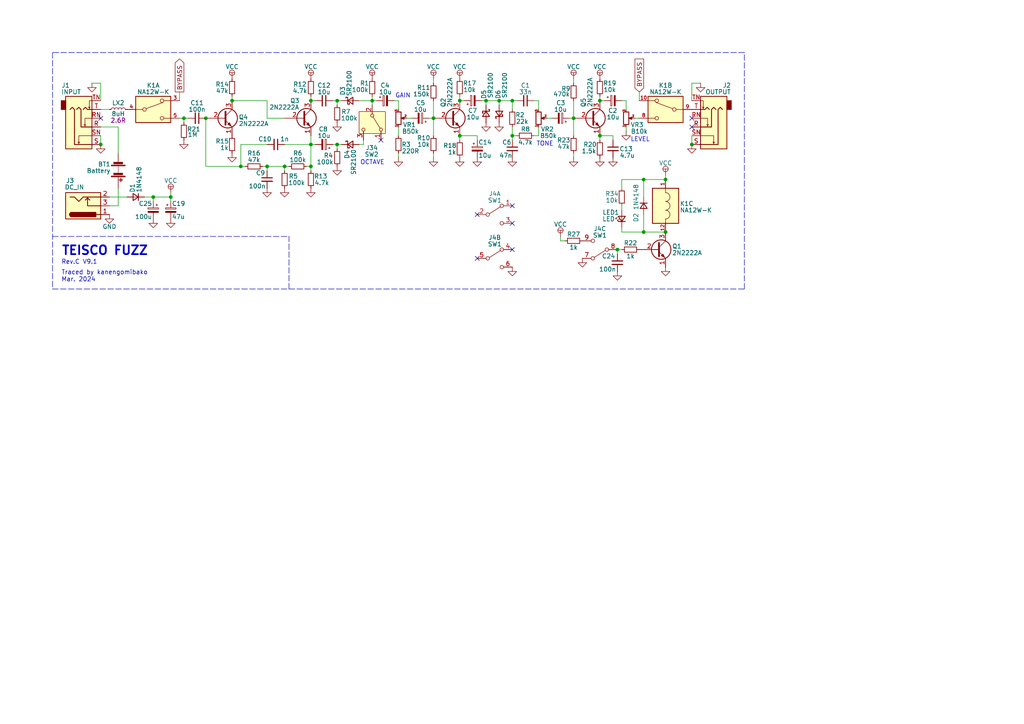
<source format=kicad_sch>
(kicad_sch (version 20231120) (generator "eeschema") (generator_version "8.0")
  (paper "A4")
  (lib_symbols
    (symbol "941SeriesRelay_1" (pin_names (offset 1.016))
      (property "Reference" "U1" (at 0 8.89 0))
      (property "Value" "NA12W-K" (at 0 6.35 0))
      (symbol "941SeriesRelay_1_1_1"
        (pin passive line (at 7.62 2.54 180) (length 2.54) (name "~") (number "3"))
        (pin passive line (at -7.62 0 0) (length 2.54) (name "~") (number "4"))
        (pin passive line (at 7.62 -2.54 180) (length 2.54) (name "~") (number "5"))
      )
      (symbol "941SeriesRelay_1_2_1"
        (pin passive line (at 7.62 2.54 180) (length 2.54) (name "~") (number "10"))
        (pin passive line (at 7.62 -2.54 180) (length 2.54) (name "~") (number "8"))
        (pin passive line (at -7.62 0 0) (length 2.54) (name "~") (number "9"))
      )
      (symbol "941SeriesRelay_1_3_1"
        (pin passive line (at -7.62 0 0) (length 2.54) (name "~") (number "1"))
        (pin passive line (at 7.62 0 180) (length 2.54) (name "~") (number "12"))
      )
    )
    (symbol "941SeriesRelay_2" (pin_names (offset 1.016))
      (property "Reference" "U1" (at 0 8.89 0))
      (property "Value" "NA12W-K" (at 0 6.35 0))
      (symbol "941SeriesRelay_2_1_1"
        (pin passive line (at 7.62 2.54 180) (length 2.54) (name "~") (number "3"))
        (pin passive line (at -7.62 0 0) (length 2.54) (name "~") (number "4"))
        (pin passive line (at 7.62 -2.54 180) (length 2.54) (name "~") (number "5"))
      )
      (symbol "941SeriesRelay_2_2_1"
        (pin passive line (at 7.62 2.54 180) (length 2.54) (name "~") (number "10"))
        (pin passive line (at 7.62 -2.54 180) (length 2.54) (name "~") (number "8"))
        (pin passive line (at -7.62 0 0) (length 2.54) (name "~") (number "9"))
      )
      (symbol "941SeriesRelay_2_3_1"
        (pin passive line (at -7.62 0 0) (length 2.54) (name "~") (number "1"))
        (pin passive line (at 7.62 0 180) (length 2.54) (name "~") (number "12"))
      )
    )
    (symbol "Connector:Barrel_Jack_Switch" (pin_names hide)
      (property "Reference" "J" (at 0 5.334 0))
      (property "Value" "Barrel_Jack_Switch" (at 0 -5.08 0))
      (symbol "Barrel_Jack_Switch_1_1"
        (pin passive line (at 7.62 2.54 180) (length 2.54) (name "~") (number "1"))
        (pin passive line (at 7.62 -2.54 180) (length 2.54) (name "~") (number "2"))
        (pin passive line (at 7.62 0 180) (length 2.54) (name "~") (number "3"))
      )
    )
    (symbol "Connector_Audio:AudioJack3_Switch"
      (property "Reference" "J" (at 0 11.43 0))
      (property "Value" "AudioJack3_Switch" (at 0 8.89 0))
      (symbol "AudioJack3_Switch_1_1"
        (pin passive line (at 5.08 0 180) (length 2.54) (name "~") (number "R"))
        (pin passive line (at 5.08 -2.54 180) (length 2.54) (name "~") (number "RN"))
        (pin passive line (at 5.08 5.08 180) (length 2.54) (name "~") (number "S"))
        (pin passive line (at 5.08 2.54 180) (length 2.54) (name "~") (number "SN"))
        (pin passive line (at 5.08 -5.08 180) (length 2.54) (name "~") (number "T"))
        (pin passive line (at 5.08 -7.62 180) (length 2.54) (name "~") (number "TN"))
      )
    )
    (symbol "Device:Battery" (pin_numbers hide) (pin_names (offset 0) hide)
      (property "Reference" "BT" (at 2.54 2.54 0))
      (property "Value" "Battery" (at 2.54 0 0))
      (symbol "Battery_1_1"
        (pin passive line (at 0 5.08 270) (length 2.54) (name "+") (number "1"))
        (pin passive line (at 0 -5.08 90) (length 2.54) (name "-") (number "2"))
      )
    )
    (symbol "Device:C_Polarized_Small" (pin_numbers hide) (pin_names (offset 0.254) hide)
      (property "Reference" "C" (at 0.254 1.778 0))
      (property "Value" "C_Polarized_Small" (at 0.254 -2.032 0))
      (symbol "C_Polarized_Small_1_1"
        (pin passive line (at 0 2.54 270) (length 1.8542) (name "~") (number "1"))
        (pin passive line (at 0 -2.54 90) (length 1.8542) (name "~") (number "2"))
      )
    )
    (symbol "Device:C_Small" (pin_numbers hide) (pin_names (offset 0.254) hide)
      (property "Reference" "C" (at 0.254 1.778 0))
      (property "Value" "C_Small" (at 0.254 -2.032 0))
      (symbol "C_Small_1_1"
        (pin passive line (at 0 2.54 270) (length 2.032) (name "~") (number "1"))
        (pin passive line (at 0 -2.54 90) (length 2.032) (name "~") (number "2"))
      )
    )
    (symbol "Device:D_Schottky_Small" (pin_numbers hide) (pin_names (offset 0.254) hide)
      (property "Reference" "D" (at -1.27 2.032 0))
      (property "Value" "D_Schottky_Small" (at -7.112 -2.032 0))
      (symbol "D_Schottky_Small_1_1"
        (pin passive line (at -2.54 0 0) (length 1.778) (name "K") (number "1"))
        (pin passive line (at 2.54 0 180) (length 1.778) (name "A") (number "2"))
      )
    )
    (symbol "Device:D_Small" (pin_numbers hide) (pin_names (offset 0.254) hide)
      (property "Reference" "D" (at -1.27 2.032 0))
      (property "Value" "D_Small" (at -3.81 -2.032 0))
      (symbol "D_Small_1_1"
        (pin passive line (at -2.54 0 0) (length 1.778) (name "K") (number "1"))
        (pin passive line (at 2.54 0 180) (length 1.778) (name "A") (number "2"))
      )
    )
    (symbol "Device:LED_Small" (pin_numbers hide) (pin_names (offset 0.254) hide)
      (property "Reference" "D" (at -1.27 3.175 0))
      (property "Value" "LED_Small" (at -4.445 -2.54 0))
      (symbol "LED_Small_1_1"
        (pin passive line (at -2.54 0 0) (length 1.778) (name "K") (number "1"))
        (pin passive line (at 2.54 0 180) (length 1.778) (name "A") (number "2"))
      )
    )
    (symbol "Device:L_Small" (pin_numbers hide) (pin_names (offset 0.254) hide)
      (property "Reference" "L" (at 0.762 1.016 0))
      (property "Value" "L_Small" (at 0.762 -1.016 0))
      (symbol "L_Small_1_1"
        (pin passive line (at 0 2.54 270) (length 0.508) (name "~") (number "1"))
        (pin passive line (at 0 -2.54 90) (length 0.508) (name "~") (number "2"))
      )
    )
    (symbol "Device:Q_NPN_EBC" (pin_names (offset 0) hide)
      (property "Reference" "Q" (at 5.08 1.27 0))
      (property "Value" "Q_NPN_EBC" (at 5.08 -1.27 0))
      (symbol "Q_NPN_EBC_1_1"
        (pin passive line (at 2.54 -5.08 90) (length 2.54) (name "E") (number "1"))
        (pin passive line (at -5.08 0 0) (length 5.715) (name "B") (number "2"))
        (pin passive line (at 2.54 5.08 270) (length 2.54) (name "C") (number "3"))
      )
    )
    (symbol "Device:R_Potentiometer_Small" (pin_names (offset 1.016) hide)
      (property "Reference" "RV" (at -4.445 0 90))
      (property "Value" "R_Potentiometer_Small" (at -2.54 0 90))
      (symbol "R_Potentiometer_Small_1_1"
        (pin passive line (at 0 2.54 270) (length 0.635) (name "1") (number "1"))
        (pin passive line (at 2.54 0 180) (length 0.9906) (name "2") (number "2"))
        (pin passive line (at 0 -2.54 90) (length 0.635) (name "3") (number "3"))
      )
    )
    (symbol "Device:R_Small" (pin_numbers hide) (pin_names (offset 0.254) hide)
      (property "Reference" "R" (at 0.762 0.508 0))
      (property "Value" "R_Small" (at 0.762 -1.016 0))
      (symbol "R_Small_1_1"
        (pin passive line (at 0 2.54 270) (length 0.762) (name "~") (number "1"))
        (pin passive line (at 0 -2.54 90) (length 0.762) (name "~") (number "2"))
      )
    )
    (symbol "Switch:SW_SPDT" (pin_names (offset 0) hide)
      (property "Reference" "SW" (at 0 5.08 0))
      (property "Value" "SW_SPDT" (at 0 -5.08 0))
      (symbol "SW_SPDT_1_1"
        (pin passive line (at 5.08 2.54 180) (length 2.54) (name "A") (number "1"))
        (pin passive line (at -5.08 0 0) (length 2.54) (name "B") (number "2"))
        (pin passive line (at 5.08 -2.54 180) (length 2.54) (name "C") (number "3"))
      )
    )
    (symbol "myLib:941SeriesRelay" (pin_names (offset 1.016))
      (property "Reference" "U1" (at 0 8.89 0))
      (property "Value" "NA12W-K" (at 0 6.35 0))
      (symbol "941SeriesRelay_1_1"
        (pin passive line (at 7.62 2.54 180) (length 2.54) (name "~") (number "3"))
        (pin passive line (at -7.62 0 0) (length 2.54) (name "~") (number "4"))
        (pin passive line (at 7.62 -2.54 180) (length 2.54) (name "~") (number "5"))
      )
      (symbol "941SeriesRelay_2_1"
        (pin passive line (at 7.62 2.54 180) (length 2.54) (name "~") (number "10"))
        (pin passive line (at 7.62 -2.54 180) (length 2.54) (name "~") (number "8"))
        (pin passive line (at -7.62 0 0) (length 2.54) (name "~") (number "9"))
      )
      (symbol "941SeriesRelay_3_1"
        (pin passive line (at -7.62 0 0) (length 2.54) (name "~") (number "1"))
        (pin passive line (at 7.62 0 180) (length 2.54) (name "~") (number "12"))
      )
    )
    (symbol "myLib:SW_3PDT" (pin_names (offset 0) hide)
      (property "Reference" "SW" (at 0 4.318 0))
      (property "Value" "SW_3PDT" (at 0 -5.08 0))
      (symbol "SW_3PDT_1_1"
        (pin passive line (at 5.08 2.54 180) (length 2.54) (name "A") (number "1"))
        (pin passive line (at -5.08 0 0) (length 2.54) (name "B") (number "2"))
        (pin passive line (at 5.08 -2.54 180) (length 2.54) (name "C") (number "3"))
      )
      (symbol "SW_3PDT_2_1"
        (pin passive line (at 5.08 2.54 180) (length 2.54) (name "A") (number "4"))
        (pin passive line (at -5.08 0 0) (length 2.54) (name "B") (number "5"))
        (pin passive line (at 5.08 -2.54 180) (length 2.54) (name "C") (number "6"))
      )
      (symbol "SW_3PDT_3_1"
        (pin passive line (at 5.08 2.54 180) (length 2.54) (name "A") (number "7"))
        (pin passive line (at -5.08 0 0) (length 2.54) (name "B") (number "8"))
        (pin passive line (at 5.08 -2.54 180) (length 2.54) (name "C") (number "9"))
      )
    )
    (symbol "myLib:VCC" (power) (pin_names (offset 0))
      (property "Value" "VCC" (at 0 3.556 0))
      (symbol "VCC_1_1"
        (pin power_in line (at 0 0 90) (length 0) hide (name "VCC") (number "1"))
      )
    )
    (symbol "power:GND" (power) (pin_numbers hide) (pin_names (offset 0) hide)
      (property "Value" "GND" (at 0 -3.81 0))
      (symbol "GND_1_1"
        (pin power_in line (at 0 0 270) (length 0) (name "~") (number "1"))
      )
    )
  )
  (junction (at 173.99 29.21))
  (junction (at 166.37 34.29))
  (junction (at 90.17 29.21))
  (junction (at 148.59 29.21))
  (junction (at 125.73 34.29))
  (junction (at 193.04 52.07))
  (junction (at 90.17 41.91))
  (junction (at 186.69 67.31))
  (junction (at 133.35 29.21))
  (junction (at 133.35 39.37))
  (junction (at 97.79 29.21))
  (junction (at 140.97 29.21))
  (junction (at 173.99 39.37))
  (junction (at 44.45 57.15))
  (junction (at 69.85 48.26))
  (junction (at 97.79 41.91))
  (junction (at 193.04 67.31))
  (junction (at 186.69 52.07))
  (junction (at 77.47 48.26))
  (junction (at 144.78 29.21))
  (junction (at 82.55 48.26))
  (junction (at 67.31 29.21))
  (junction (at 200.66 41.91))
  (junction (at 29.21 41.91))
  (junction (at 49.53 57.15))
  (junction (at 59.69 34.29))
  (junction (at 53.34 34.29))
  (junction (at 179.07 72.39))
  (junction (at 107.95 29.21))
  (junction (at 90.17 48.26))
  (junction (at 148.59 39.37))
  (no_connect (at 138.43 62.23))
  (no_connect (at 148.59 72.39))
  (no_connect (at 29.21 34.29))
  (no_connect (at 110.49 40.64))
  (no_connect (at 200.66 36.83))
  (no_connect (at 138.43 74.93))
  (no_connect (at 200.66 34.29))
  (no_connect (at 148.59 59.69))
  (no_connect (at 148.59 64.77))
  (wire (pts (xy 115.57 29.21) (xy 115.57 31.75)))
  (wire (pts (xy 160.02 34.29) (xy 158.75 34.29)))
  (wire (pts (xy 90.17 41.91) (xy 90.17 48.26)))
  (wire (pts (xy 96.52 29.21) (xy 97.79 29.21)))
  (wire (pts (xy 200.66 39.37) (xy 200.66 41.91)))
  (wire (pts (xy 144.78 29.21) (xy 144.78 30.48)))
  (wire (pts (xy 107.95 29.21) (xy 109.22 29.21)))
  (wire (pts (xy 29.21 41.91) (xy 29.21 39.37)))
  (wire (pts (xy 148.59 39.37) (xy 148.59 40.64)))
  (wire (pts (xy 125.73 44.45) (xy 125.73 45.72)))
  (wire (pts (xy 115.57 45.72) (xy 115.57 44.45)))
  (wire (pts (xy 138.43 39.37) (xy 138.43 40.64)))
  (wire (pts (xy 156.21 29.21) (xy 156.21 31.75)))
  (wire (pts (xy 49.53 55.88) (xy 49.53 57.15)))
  (wire (pts (xy 29.21 24.13) (xy 26.67 24.13)))
  (wire (pts (xy 69.85 48.26) (xy 71.12 48.26)))
  (wire (pts (xy 125.73 22.86) (xy 125.73 24.13)))
  (wire (pts (xy 77.47 34.29) (xy 82.55 34.29)))
  (wire (pts (xy 31.75 59.69) (xy 34.29 59.69)))
  (wire (pts (xy 67.31 27.94) (xy 67.31 29.21)))
  (wire (pts (xy 162.56 69.85) (xy 162.56 68.58)))
  (polyline (pts (xy 215.9 15.24) (xy 15.24 15.24)) (stroke (width 0) (type dash)))
  (wire (pts (xy 41.91 57.15) (xy 44.45 57.15)))
  (wire (pts (xy 193.04 52.07) (xy 186.69 52.07)))
  (wire (pts (xy 179.07 72.39) (xy 180.34 72.39)))
  (wire (pts (xy 200.66 29.21) (xy 200.66 24.13)))
  (wire (pts (xy 44.45 57.15) (xy 44.45 58.42)))
  (wire (pts (xy 54.61 34.29) (xy 53.34 34.29)))
  (wire (pts (xy 181.61 38.1) (xy 181.61 36.83)))
  (wire (pts (xy 154.94 29.21) (xy 156.21 29.21)))
  (wire (pts (xy 114.3 29.21) (xy 115.57 29.21)))
  (wire (pts (xy 76.2 48.26) (xy 77.47 48.26)))
  (wire (pts (xy 105.41 40.64) (xy 105.41 41.91)))
  (wire (pts (xy 138.43 39.37) (xy 133.35 39.37)))
  (wire (pts (xy 180.34 66.04) (xy 180.34 67.31)))
  (wire (pts (xy 34.29 36.83) (xy 34.29 44.45)))
  (wire (pts (xy 139.7 29.21) (xy 140.97 29.21)))
  (wire (pts (xy 77.47 48.26) (xy 77.47 49.53)))
  (wire (pts (xy 96.52 41.91) (xy 97.79 41.91)))
  (wire (pts (xy 140.97 29.21) (xy 140.97 30.48)))
  (wire (pts (xy 186.69 52.07) (xy 180.34 52.07)))
  (wire (pts (xy 186.69 67.31) (xy 193.04 67.31)))
  (wire (pts (xy 52.07 26.67) (xy 52.07 29.21)))
  (wire (pts (xy 148.59 39.37) (xy 149.86 39.37)))
  (wire (pts (xy 133.35 27.94) (xy 133.35 29.21)))
  (wire (pts (xy 29.21 31.75) (xy 31.75 31.75)))
  (wire (pts (xy 52.07 34.29) (xy 53.34 34.29)))
  (wire (pts (xy 77.47 29.21) (xy 67.31 29.21)))
  (wire (pts (xy 148.59 29.21) (xy 149.86 29.21)))
  (wire (pts (xy 97.79 41.91) (xy 97.79 43.18)))
  (wire (pts (xy 166.37 44.45) (xy 166.37 45.72)))
  (wire (pts (xy 107.95 27.94) (xy 107.95 29.21)))
  (wire (pts (xy 90.17 48.26) (xy 90.17 49.53)))
  (wire (pts (xy 140.97 29.21) (xy 144.78 29.21)))
  (wire (pts (xy 59.69 34.29) (xy 59.69 48.26)))
  (wire (pts (xy 107.95 29.21) (xy 107.95 30.48)))
  (wire (pts (xy 69.85 41.91) (xy 77.47 41.91)))
  (polyline (pts (xy 15.24 68.58) (xy 83.82 68.58)) (stroke (width 0) (type dash)))
  (wire (pts (xy 90.17 39.37) (xy 90.17 41.91)))
  (wire (pts (xy 69.85 41.91) (xy 69.85 48.26)))
  (polyline (pts (xy 215.9 83.82) (xy 215.9 15.24)) (stroke (width 0) (type dash)))
  (wire (pts (xy 156.21 36.83) (xy 156.21 39.37)))
  (wire (pts (xy 104.14 41.91) (xy 105.41 41.91)))
  (wire (pts (xy 82.55 41.91) (xy 90.17 41.91)))
  (wire (pts (xy 88.9 48.26) (xy 90.17 48.26)))
  (wire (pts (xy 200.66 24.13) (xy 203.2 24.13)))
  (wire (pts (xy 34.29 54.61) (xy 34.29 59.69)))
  (wire (pts (xy 193.04 50.8) (xy 193.04 52.07)))
  (wire (pts (xy 180.34 52.07) (xy 180.34 54.61)))
  (wire (pts (xy 49.53 57.15) (xy 49.53 58.42)))
  (wire (pts (xy 133.35 29.21) (xy 134.62 29.21)))
  (wire (pts (xy 180.34 67.31) (xy 186.69 67.31)))
  (wire (pts (xy 166.37 22.86) (xy 166.37 24.13)))
  (wire (pts (xy 77.47 48.26) (xy 82.55 48.26)))
  (wire (pts (xy 166.37 34.29) (xy 166.37 39.37)))
  (wire (pts (xy 144.78 29.21) (xy 148.59 29.21)))
  (wire (pts (xy 90.17 27.94) (xy 90.17 29.21)))
  (wire (pts (xy 125.73 29.21) (xy 125.73 34.29)))
  (wire (pts (xy 177.8 40.64) (xy 177.8 39.37)))
  (wire (pts (xy 124.46 34.29) (xy 125.73 34.29)))
  (wire (pts (xy 173.99 29.21) (xy 175.26 29.21)))
  (wire (pts (xy 44.45 57.15) (xy 49.53 57.15)))
  (wire (pts (xy 186.69 62.23) (xy 186.69 67.31)))
  (wire (pts (xy 185.42 34.29) (xy 184.15 34.29)))
  (wire (pts (xy 82.55 48.26) (xy 83.82 48.26)))
  (wire (pts (xy 156.21 39.37) (xy 154.94 39.37)))
  (wire (pts (xy 104.14 29.21) (xy 107.95 29.21)))
  (wire (pts (xy 173.99 39.37) (xy 177.8 39.37)))
  (wire (pts (xy 185.42 26.67) (xy 185.42 29.21)))
  (wire (pts (xy 53.34 34.29) (xy 53.34 35.56)))
  (wire (pts (xy 97.79 29.21) (xy 97.79 30.48)))
  (wire (pts (xy 181.61 29.21) (xy 181.61 31.75)))
  (wire (pts (xy 173.99 39.37) (xy 173.99 40.64)))
  (wire (pts (xy 148.59 39.37) (xy 148.59 36.83)))
  (wire (pts (xy 173.99 27.94) (xy 173.99 29.21)))
  (wire (pts (xy 31.75 57.15) (xy 36.83 57.15)))
  (polyline (pts (xy 15.24 15.24) (xy 15.24 83.82)) (stroke (width 0) (type dash)))
  (wire (pts (xy 82.55 48.26) (xy 82.55 49.53)))
  (wire (pts (xy 186.69 52.07) (xy 186.69 57.15)))
  (wire (pts (xy 90.17 41.91) (xy 91.44 41.91)))
  (polyline (pts (xy 15.24 83.82) (xy 215.9 83.82)) (stroke (width 0) (type dash)))
  (wire (pts (xy 77.47 29.21) (xy 77.47 34.29)))
  (wire (pts (xy 29.21 36.83) (xy 34.29 36.83)))
  (wire (pts (xy 166.37 29.21) (xy 166.37 34.29)))
  (wire (pts (xy 118.11 34.29) (xy 119.38 34.29)))
  (wire (pts (xy 115.57 36.83) (xy 115.57 39.37)))
  (wire (pts (xy 148.59 29.21) (xy 148.59 31.75)))
  (wire (pts (xy 162.56 69.85) (xy 163.83 69.85)))
  (wire (pts (xy 180.34 29.21) (xy 181.61 29.21)))
  (wire (pts (xy 133.35 39.37) (xy 133.35 40.64)))
  (wire (pts (xy 90.17 29.21) (xy 91.44 29.21)))
  (wire (pts (xy 59.69 48.26) (xy 69.85 48.26)))
  (wire (pts (xy 179.07 72.39) (xy 179.07 73.66)))
  (wire (pts (xy 165.1 34.29) (xy 166.37 34.29)))
  (wire (pts (xy 180.34 59.69) (xy 180.34 60.96)))
  (wire (pts (xy 125.73 34.29) (xy 125.73 39.37)))
  (wire (pts (xy 97.79 29.21) (xy 99.06 29.21)))
  (wire (pts (xy 29.21 29.21) (xy 29.21 24.13)))
  (wire (pts (xy 97.79 41.91) (xy 99.06 41.91)))
  (polyline (pts (xy 83.82 83.82) (xy 83.82 68.58)) (stroke (width 0) (type dash)))
  (text "TONE" (at 155.575 42.545 0) (effects (font (size 1.27 1.27)) (justify left bottom)))
  (text "TEISCO FUZZ" (at 17.78 74.295 0) (effects (font (size 2.54 2.54) (thickness 0.508) (bold yes)) (justify left bottom)))
  (text "Rev.C V9.1" (at 17.78 76.835 0) (effects (font (size 1.27 1.27)) (justify left bottom)))
  (text "GAIN" (at 114.6175 28.575 0) (effects (font (size 1.27 1.27)) (justify left bottom)))
  (text "Traced by kanengomibako\nMar. 2024" (at 17.78 81.915 0) (effects (font (size 1.27 1.27)) (justify left bottom)))
  (text "OCTAVE" (at 104.4575 47.9425 0) (effects (font (size 1.27 1.27)) (justify left bottom)))
  (text "LEVEL" (at 182.88 41.275 0) (effects (font (size 1.27 1.27)) (justify left bottom)))
  (global_label "BYPASS" (shape input) (at 185.42 26.67 90) (property "Intersheetrefs" "${INTERSHEET_REFS}" (effects (hide yes))))
  (global_label "BYPASS" (shape output) (at 52.07 26.67 90) (property "Intersheetrefs" "${INTERSHEET_REFS}" (effects (hide yes))))
  (symbol (lib_id "Device:D_Small") (at 39.37 57.15 180) (unit 1)
    (property "Reference" "D1" (at 38.4175 55.88 90) (effects (justify right)))
    (property "Value" "1N4148" (at 40.3225 55.88 90) (effects (justify right)))
    (property "Footprint" "Diode_THT:D_DO-35_SOD27_P7.62mm_Horizontal" (effects (hide yes)))
  )
  (symbol (lib_id "Device:C_Polarized_Small") (at 177.8 29.21 90) (mirror x) (unit 1)
    (property "Reference" "C2" (at 179.07 32.0675 90) (effects (justify left)))
    (property "Value" "10u" (at 179.705 33.9725 90) (effects (justify left)))
    (property "Footprint" "Capacitor_THT:CP_Radial_D5.0mm_P2.00mm" (effects (hide yes)))
  )
  (symbol (lib_id "Device:D_Schottky_Small") (at 140.97 33.02 270) (unit 1)
    (property "Reference" "D5" (at 140.335 26.035 0) (effects (justify left)))
    (property "Value" "SR2100" (at 142.24 20.955 0) (effects (justify left)))
    (property "Footprint" "Diode_THT:D_DO-35_SOD27_P7.62mm_Horizontal" (effects (hide yes)))
  )
  (symbol (lib_id "power:GND") (at 31.75 62.23 0) (unit 1)
    (property "Reference" "#PWR034" (effects (hide yes)))
    (property "Value" "GND" (at 31.75 65.7225 0))
    (property "Description" "Power symbol creates a global label with name \"GND\" , ground" (effects (hide yes)))
  )
  (symbol (lib_id "Device:Q_NPN_EBC") (at 64.77 34.29 0) (unit 1)
    (property "Reference" "Q4" (at 69.215 33.9725 0) (effects (justify left)))
    (property "Value" "2N2222A" (at 69.215 35.8775 0) (effects (justify left)))
    (property "Footprint" "Package_TO_SOT_THT:TO-18-3" (effects (hide yes)))
    (property "Description" "NPN transistor, emitter/base/collector" (effects (hide yes)))
  )
  (symbol (lib_id "Device:R_Small") (at 90.17 25.4 180) (unit 1)
    (property "Reference" "R12" (at 86.995 24.4475 0))
    (property "Value" "4.7k" (at 86.995 26.3525 0))
    (property "Footprint" "Resistor_THT:R_Axial_DIN0207_L6.3mm_D2.5mm_P10.16mm_Horizontal" (effects (hide yes)))
  )
  (symbol (lib_id "Device:C_Small") (at 179.07 76.2 0) (unit 1)
    (property "Reference" "C24" (at 176.53 74.295 0))
    (property "Value" "100n" (at 176.2125 78.105 0))
    (property "Footprint" "Capacitor_THT:C_Rect_L7.0mm_W2.0mm_P5.00mm" (effects (hide yes)))
  )
  (symbol (lib_id "Connector:Barrel_Jack_Switch") (at 24.13 59.69 0) (mirror x) (unit 1)
    (property "Reference" "J3" (at 20.32 52.3875 0))
    (property "Value" "DC_IN" (at 21.59 54.2925 0))
    (property "Footprint" "myFoot:my_DC_Jack" (effects (hide yes)))
  )
  (symbol (lib_id "power:GND") (at 177.8 45.72 0) (unit 1)
    (property "Reference" "#PWR025" (effects (hide yes)))
    (property "Value" "GND" (effects (hide yes)))
    (property "Description" "Power symbol creates a global label with name \"GND\" , ground" (effects (hide yes)))
  )
  (symbol (lib_id "Device:C_Small") (at 77.47 52.07 0) (unit 1)
    (property "Reference" "C9" (at 75.565 50.165 0))
    (property "Value" "100n" (at 74.6125 53.975 0))
    (property "Footprint" "Capacitor_THT:C_Rect_L7.0mm_W2.0mm_P5.00mm" (effects (hide yes)))
  )
  (symbol (lib_id "Device:R_Small") (at 173.99 43.18 180) (unit 1)
    (property "Reference" "R20" (at 171.1325 41.91 0))
    (property "Value" "1.5k" (at 170.815 43.815 0))
    (property "Footprint" "Resistor_THT:R_Axial_DIN0207_L6.3mm_D2.5mm_P10.16mm_Horizontal" (effects (hide yes)))
  )
  (symbol (lib_id "Device:R_Small") (at 182.88 72.39 90) (unit 1)
    (property "Reference" "R22" (at 182.88 70.485 90))
    (property "Value" "1k" (at 182.88 74.295 90))
    (property "Footprint" "Resistor_THT:R_Axial_DIN0207_L6.3mm_D2.5mm_P10.16mm_Horizontal" (effects (hide yes)))
  )
  (symbol (lib_id "power:GND") (at 77.47 54.61 0) (unit 1)
    (property "Reference" "#PWR06" (effects (hide yes)))
    (property "Value" "GND" (effects (hide yes)))
    (property "Description" "Power symbol creates a global label with name \"GND\" , ground" (effects (hide yes)))
  )
  (symbol (lib_id "myLib:VCC") (at 90.17 22.86 0) (unit 1)
    (property "Reference" "#PWR011" (effects (hide yes)))
    (property "Value" "VCC" (at 90.17 19.3675 0))
    (property "Description" "Power symbol creates a global label with name \"V+\"" (effects (hide yes)))
  )
  (symbol (lib_id "myLib:SW_3PDT") (at 173.99 72.39 180) (unit 3)
    (property "Reference" "J4" (at 173.99 66.3575 0))
    (property "Value" "SW1" (at 173.99 68.2625 0))
    (property "Footprint" "myFoot:my_sw_3pdt" (effects (hide yes)))
    (property "Description" "SW_3PDT" (effects (hide yes)))
  )
  (symbol (lib_id "Device:Battery") (at 34.29 49.53 0) (mirror x) (unit 1)
    (property "Reference" "BT1" (at 32.0675 47.625 0) (effects (justify right)))
    (property "Value" "Battery" (at 32.0675 49.53 0) (effects (justify right)))
    (property "Footprint" "myFoot:my_conn" (effects (hide yes)))
  )
  (symbol (lib_id "Device:D_Small") (at 186.69 59.69 270) (unit 1)
    (property "Reference" "D2" (at 184.4675 64.4525 0) (effects (justify right)))
    (property "Value" "1N4148" (at 184.4675 60.96 0) (effects (justify right)))
    (property "Footprint" "Diode_THT:D_DO-35_SOD27_P7.62mm_Horizontal" (effects (hide yes)))
  )
  (symbol (lib_id "power:GND") (at 193.04 77.47 0) (unit 1)
    (property "Reference" "#PWR032" (effects (hide yes)))
    (property "Value" "GND" (effects (hide yes)))
    (property "Description" "Power symbol creates a global label with name \"GND\" , ground" (effects (hide yes)))
  )
  (symbol (lib_id "Device:R_Small") (at 180.34 57.15 180) (unit 1)
    (property "Reference" "R34" (at 177.4825 56.1975 0))
    (property "Value" "10k" (at 177.4825 58.1025 0))
    (property "Footprint" "Resistor_THT:R_Axial_DIN0207_L6.3mm_D2.5mm_P10.16mm_Horizontal" (effects (hide yes)))
  )
  (symbol (lib_id "power:GND") (at 82.55 54.61 0) (unit 1)
    (property "Reference" "#PWR07" (effects (hide yes)))
    (property "Value" "GND" (effects (hide yes)))
    (property "Description" "Power symbol creates a global label with name \"GND\" , ground" (effects (hide yes)))
  )
  (symbol (lib_id "power:GND") (at 26.67 24.13 0) (unit 1)
    (property "Reference" "#PWR038" (effects (hide yes)))
    (property "Value" "GND" (effects (hide yes)))
    (property "Description" "Power symbol creates a global label with name \"GND\" , ground" (effects (hide yes)))
  )
  (symbol (lib_id "power:GND") (at 67.31 44.45 0) (unit 1)
    (property "Reference" "#PWR04" (effects (hide yes)))
    (property "Value" "GND" (effects (hide yes)))
    (property "Description" "Power symbol creates a global label with name \"GND\" , ground" (effects (hide yes)))
  )
  (symbol (lib_id "Device:C_Polarized_Small") (at 121.92 34.29 270) (mirror x) (unit 1)
    (property "Reference" "C5" (at 120.65 29.845 90) (effects (justify left)))
    (property "Value" "10u" (at 120.015 31.75 90) (effects (justify left)))
    (property "Footprint" "Capacitor_THT:CP_Radial_D5.0mm_P2.00mm" (effects (hide yes)))
  )
  (symbol (lib_id "Device:C_Polarized_Small") (at 93.98 41.91 270) (mirror x) (unit 1)
    (property "Reference" "C8" (at 92.3925 37.465 90) (effects (justify left)))
    (property "Value" "10u" (at 92.075 39.37 90) (effects (justify left)))
    (property "Footprint" "Capacitor_THT:CP_Radial_D5.0mm_P2.00mm" (effects (hide yes)))
  )
  (symbol (lib_id "power:GND") (at 125.73 45.72 0) (unit 1)
    (property "Reference" "#PWR014" (effects (hide yes)))
    (property "Value" "GND" (effects (hide yes)))
    (property "Description" "Power symbol creates a global label with name \"GND\" , ground" (effects (hide yes)))
  )
  (symbol (lib_id "Device:R_Small") (at 125.73 41.91 0) (mirror x) (unit 1)
    (property "Reference" "R10" (at 122.8725 40.005 0))
    (property "Value" "10k" (at 122.8725 41.91 0))
    (property "Footprint" "Resistor_THT:R_Axial_DIN0207_L6.3mm_D2.5mm_P10.16mm_Horizontal" (effects (hide yes)))
  )
  (symbol (lib_id "Device:R_Small") (at 166.37 69.85 90) (unit 1)
    (property "Reference" "R27" (at 166.37 67.945 90))
    (property "Value" "1k" (at 166.37 71.755 90))
    (property "Footprint" "Resistor_THT:R_Axial_DIN0207_L6.3mm_D2.5mm_P10.16mm_Horizontal" (effects (hide yes)))
  )
  (symbol (lib_id "Device:LED_Small") (at 180.34 63.5 90) (unit 1)
    (property "Reference" "LED1" (at 177.165 61.595 90))
    (property "Value" "LED" (at 176.53 63.5 90))
    (property "Footprint" "LED_THT:LED_D5.0mm" (effects (hide yes)))
  )
  (symbol (lib_id "myLib:VCC") (at 162.56 68.58 0) (unit 1)
    (property "Reference" "#PWR030" (effects (hide yes)))
    (property "Value" "VCC" (at 162.56 65.0875 0))
    (property "Description" "Power symbol creates a global label with name \"V+\"" (effects (hide yes)))
  )
  (symbol (lib_id "Device:R_Small") (at 97.79 33.02 180) (unit 1)
    (property "Reference" "R7" (at 100.33 32.385 0))
    (property "Value" "100k" (at 101.2825 34.29 0))
    (property "Footprint" "Resistor_THT:R_Axial_DIN0207_L6.3mm_D2.5mm_P10.16mm_Horizontal" (effects (hide yes)))
  )
  (symbol (lib_id "power:GND") (at 90.17 54.61 0) (unit 1)
    (property "Reference" "#PWR08" (effects (hide yes)))
    (property "Value" "GND" (effects (hide yes)))
    (property "Description" "Power symbol creates a global label with name \"GND\" , ground" (effects (hide yes)))
  )
  (symbol (lib_id "Device:R_Small") (at 53.34 38.1 180) (unit 1)
    (property "Reference" "R21" (at 56.1975 37.465 0))
    (property "Value" "1M" (at 55.88 39.0525 0))
    (property "Footprint" "Resistor_THT:R_Axial_DIN0207_L6.3mm_D2.5mm_P10.16mm_Horizontal" (effects (hide yes)))
  )
  (symbol (lib_id "Device:R_Potentiometer_Small") (at 156.21 34.29 0) (mirror x) (unit 1)
    (property "Reference" "VR2" (at 158.75 37.465 0))
    (property "Value" "B50k" (at 159.0675 39.37 0))
    (property "Footprint" "Connector_PinHeader_2.54mm:PinHeader_1x03_P2.54mm_Vertical" (effects (hide yes)))
  )
  (symbol (lib_name "941SeriesRelay_1") (lib_id "myLib:941SeriesRelay") (at 193.04 59.69 270) (unit 3)
    (property "Reference" "K1" (at 197.1675 59.055 90) (effects (justify left)))
    (property "Value" "NA12W-K" (at 197.1675 60.96 90) (effects (justify left)))
    (property "Footprint" "Relay_THT:Relay_DPDT_Omron_G6H-2" (effects (hide yes)))
    (property "Description" "Relay" (effects (hide yes)))
  )
  (symbol (lib_id "Device:C_Polarized_Small") (at 44.45 60.96 0) (mirror y) (unit 1)
    (property "Reference" "C25" (at 44.1325 59.055 0) (effects (justify left)))
    (property "Value" "100u" (at 44.1325 62.865 0) (effects (justify left)))
    (property "Footprint" "Capacitor_THT:CP_Radial_D8.0mm_P5.00mm" (effects (hide yes)))
  )
  (symbol (lib_id "myLib:VCC") (at 193.04 50.8 0) (unit 1)
    (property "Reference" "#PWR033" (effects (hide yes)))
    (property "Value" "VCC" (at 193.04 47.3075 0))
    (property "Description" "Power symbol creates a global label with name \"V+\"" (effects (hide yes)))
  )
  (symbol (lib_id "power:GND") (at 29.21 41.91 0) (unit 1)
    (property "Reference" "#PWR035" (effects (hide yes)))
    (property "Value" "GND" (effects (hide yes)))
    (property "Description" "Power symbol creates a global label with name \"GND\" , ground" (effects (hide yes)))
  )
  (symbol (lib_id "Device:L_Small") (at 34.29 31.75 90) (unit 1)
    (property "Reference" "LX2" (at 34.29 29.845 90))
    (property "Value" "8uH" (at 34.29 33.02 90))
    (property "Footprint" "Capacitor_SMD:C_0603_1608Metric" (effects (hide yes)))
    (property "Description" "Inductor, small symbol" (effects (hide yes)))
    (property "フィールド5" "2.6R" (at 34.29 34.925 90))
  )
  (symbol (lib_id "Device:Q_NPN_EBC") (at 87.63 34.29 0) (unit 1)
    (property "Reference" "Q3" (at 84.1375 29.21 0) (effects (justify left)))
    (property "Value" "2N2222A" (at 78.105 31.115 0) (effects (justify left)))
    (property "Footprint" "Package_TO_SOT_THT:TO-18-3" (effects (hide yes)))
    (property "Description" "NPN transistor, emitter/base/collector" (effects (hide yes)))
  )
  (symbol (lib_id "Device:R_Small") (at 166.37 41.91 180) (unit 1)
    (property "Reference" "R23" (at 163.5125 40.64 0))
    (property "Value" "47k" (at 163.5125 42.545 0))
    (property "Footprint" "Resistor_THT:R_Axial_DIN0207_L6.3mm_D2.5mm_P10.16mm_Horizontal" (effects (hide yes)))
  )
  (symbol (lib_id "Device:C_Polarized_Small") (at 49.53 60.96 0) (unit 1)
    (property "Reference" "C19" (at 49.8475 59.055 0) (effects (justify left)))
    (property "Value" "47u" (at 49.8475 62.865 0) (effects (justify left)))
    (property "Footprint" "Capacitor_THT:CP_Radial_D5.0mm_P2.00mm" (effects (hide yes)))
  )
  (symbol (lib_id "Device:R_Small") (at 73.66 48.26 90) (unit 1)
    (property "Reference" "R16" (at 73.66 44.45 90))
    (property "Value" "47k" (at 73.66 46.355 90))
    (property "Footprint" "Resistor_THT:R_Axial_DIN0207_L6.3mm_D2.5mm_P10.16mm_Horizontal" (effects (hide yes)))
  )
  (symbol (lib_id "power:GND") (at 148.59 45.72 0) (unit 1)
    (property "Reference" "#PWR021" (effects (hide yes)))
    (property "Value" "GND" (effects (hide yes)))
    (property "Description" "Power symbol creates a global label with name \"GND\" , ground" (effects (hide yes)))
  )
  (symbol (lib_id "myLib:VCC") (at 49.53 55.88 0) (unit 1)
    (property "Reference" "#PWR03" (effects (hide yes)))
    (property "Value" "VCC" (at 49.53 52.3875 0))
    (property "Description" "Power symbol creates a global label with name \"V+\"" (effects (hide yes)))
  )
  (symbol (lib_id "Device:C_Small") (at 148.59 43.18 0) (unit 1)
    (property "Reference" "C6" (at 147.0025 41.275 0))
    (property "Value" "47n" (at 146.685 45.085 0))
    (property "Footprint" "Capacitor_THT:C_Rect_L7.0mm_W2.0mm_P5.00mm" (effects (hide yes)))
  )
  (symbol (lib_id "Device:R_Small") (at 133.35 25.4 0) (mirror x) (unit 1)
    (property "Reference" "R17" (at 136.2075 24.13 0))
    (property "Value" "10k" (at 136.2075 26.035 0))
    (property "Footprint" "Resistor_THT:R_Axial_DIN0207_L6.3mm_D2.5mm_P10.16mm_Horizontal" (effects (hide yes)))
  )
  (symbol (lib_id "power:GND") (at 144.78 35.56 0) (unit 1)
    (property "Reference" "#PWR020" (effects (hide yes)))
    (property "Value" "GND" (effects (hide yes)))
    (property "Description" "Power symbol creates a global label with name \"GND\" , ground" (effects (hide yes)))
  )
  (symbol (lib_id "power:GND") (at 148.59 77.47 0) (unit 1)
    (property "Reference" "#PWR01" (effects (hide yes)))
    (property "Value" "GND" (effects (hide yes)))
    (property "Description" "Power symbol creates a global label with name \"GND\" , ground" (effects (hide yes)))
  )
  (symbol (lib_id "power:GND") (at 133.35 45.72 0) (unit 1)
    (property "Reference" "#PWR017" (effects (hide yes)))
    (property "Value" "GND" (effects (hide yes)))
    (property "Description" "Power symbol creates a global label with name \"GND\" , ground" (effects (hide yes)))
  )
  (symbol (lib_id "power:GND") (at 203.2 24.13 0) (unit 1)
    (property "Reference" "#PWR039" (effects (hide yes)))
    (property "Value" "GND" (effects (hide yes)))
    (property "Description" "Power symbol creates a global label with name \"GND\" , ground" (effects (hide yes)))
  )
  (symbol (lib_id "Connector_Audio:AudioJack3_Switch") (at 205.74 36.83 180) (unit 1)
    (property "Reference" "J2" (at 210.82 24.765 0))
    (property "Value" "OUTPUT" (at 208.28 26.67 0))
    (property "Footprint" "Connector_Audio:Jack_6.35mm_Neutrik_NMJ6HCD3_Horizontal" (effects (hide yes)))
    (property "Description" "Audio Jack, 3 Poles (Stereo / TRS), Switched Poles (Normalling)" (effects (hide yes)))
  )
  (symbol (lib_id "power:GND") (at 44.45 63.5 0) (unit 1)
    (property "Reference" "#PWR028" (effects (hide yes)))
    (property "Value" "GND" (effects (hide yes)))
    (property "Description" "Power symbol creates a global label with name \"GND\" , ground" (effects (hide yes)))
  )
  (symbol (lib_id "myLib:VCC") (at 166.37 22.86 0) (unit 1)
    (property "Reference" "#PWR022" (effects (hide yes)))
    (property "Value" "VCC" (at 166.37 19.3675 0))
    (property "Description" "Power symbol creates a global label with name \"V+\"" (effects (hide yes)))
  )
  (symbol (lib_id "Device:R_Small") (at 115.57 41.91 180) (unit 1)
    (property "Reference" "R3" (at 117.7925 41.91 0))
    (property "Value" "220R" (at 119.0625 43.815 0))
    (property "Footprint" "Resistor_THT:R_Axial_DIN0207_L6.3mm_D2.5mm_P10.16mm_Horizontal" (effects (hide yes)))
  )
  (symbol (lib_id "power:GND") (at 140.97 35.56 0) (unit 1)
    (property "Reference" "#PWR019" (effects (hide yes)))
    (property "Value" "GND" (effects (hide yes)))
    (property "Description" "Power symbol creates a global label with name \"GND\" , ground" (effects (hide yes)))
  )
  (symbol (lib_name "941SeriesRelay_2") (lib_id "myLib:941SeriesRelay") (at 193.04 31.75 0) (mirror y) (unit 2)
    (property "Reference" "K1" (at 193.04 24.765 0))
    (property "Value" "NA12W-K" (at 193.04 26.67 0))
    (property "Footprint" "Relay_THT:Relay_DPDT_Omron_G6H-2" (effects (hide yes)))
    (property "Description" "Relay" (effects (hide yes)))
  )
  (symbol (lib_id "power:GND") (at 200.66 41.91 0) (unit 1)
    (property "Reference" "#PWR036" (effects (hide yes)))
    (property "Value" "GND" (effects (hide yes)))
    (property "Description" "Power symbol creates a global label with name \"GND\" , ground" (effects (hide yes)))
  )
  (symbol (lib_id "Switch:SW_SPDT") (at 107.95 35.56 270) (unit 1)
    (property "Reference" "J34" (at 106.045 42.8625 90) (effects (justify left)))
    (property "Value" "SW2" (at 105.7275 44.7675 90) (effects (justify left)))
    (property "Footprint" "Connector_PinHeader_2.54mm:PinHeader_1x03_P2.54mm_Vertical" (effects (hide yes)))
    (property "Description" "Switch, single pole double throw" (effects (hide yes)))
  )
  (symbol (lib_id "Device:R_Small") (at 148.59 34.29 0) (unit 1)
    (property "Reference" "R2" (at 150.8125 33.3375 0))
    (property "Value" "22k" (at 151.4475 35.2425 0))
    (property "Footprint" "Resistor_THT:R_Axial_DIN0207_L6.3mm_D2.5mm_P10.16mm_Horizontal" (effects (hide yes)))
  )
  (symbol (lib_id "Device:C_Polarized_Small") (at 162.56 34.29 270) (mirror x) (unit 1)
    (property "Reference" "C3" (at 161.29 29.845 90) (effects (justify left)))
    (property "Value" "10u" (at 160.655 31.75 90) (effects (justify left)))
    (property "Footprint" "Capacitor_THT:CP_Radial_D5.0mm_P2.00mm" (effects (hide yes)))
  )
  (symbol (lib_id "Device:Q_NPN_EBC") (at 190.5 72.39 0) (unit 1)
    (property "Reference" "Q1" (at 194.945 71.4375 0) (effects (justify left)))
    (property "Value" "2N2222A" (at 194.945 73.3425 0) (effects (justify left)))
    (property "Footprint" "Package_TO_SOT_THT:TO-18-3" (effects (hide yes)))
    (property "Description" "NPN transistor, emitter/base/collector" (effects (hide yes)))
  )
  (symbol (lib_id "Device:R_Small") (at 67.31 25.4 180) (unit 1)
    (property "Reference" "R14" (at 64.4525 24.4475 0))
    (property "Value" "47k" (at 64.4525 26.3525 0))
    (property "Footprint" "Resistor_THT:R_Axial_DIN0207_L6.3mm_D2.5mm_P10.16mm_Horizontal" (effects (hide yes)))
  )
  (symbol (lib_id "myLib:VCC") (at 173.99 22.86 0) (unit 1)
    (property "Reference" "#PWR026" (effects (hide yes)))
    (property "Value" "VCC" (at 173.99 19.3675 0))
    (property "Description" "Power symbol creates a global label with name \"V+\"" (effects (hide yes)))
  )
  (symbol (lib_id "Device:D_Schottky_Small") (at 101.6 41.91 0) (unit 1)
    (property "Reference" "D4" (at 100.6475 44.7675 90))
    (property "Value" "SR2100" (at 102.5525 46.99 90))
    (property "Footprint" "Diode_THT:D_DO-35_SOD27_P7.62mm_Horizontal" (effects (hide yes)))
  )
  (symbol (lib_id "Device:R_Small") (at 133.35 43.18 180) (unit 1)
    (property "Reference" "R18" (at 130.4925 42.2275 0))
    (property "Value" "1k" (at 131.1275 44.1325 0))
    (property "Footprint" "Resistor_THT:R_Axial_DIN0207_L6.3mm_D2.5mm_P10.16mm_Horizontal" (effects (hide yes)))
  )
  (symbol (lib_id "Device:Q_NPN_EBC") (at 171.45 34.29 0) (unit 1)
    (property "Reference" "Q5" (at 169.2275 31.115 90) (effects (justify left)))
    (property "Value" "2N2222A" (at 171.1325 31.115 90) (effects (justify left)))
    (property "Footprint" "Package_TO_SOT_THT:TO-18-3" (effects (hide yes)))
    (property "Description" "NPN transistor, emitter/base/collector" (effects (hide yes)))
  )
  (symbol (lib_id "power:GND") (at 173.99 45.72 0) (unit 1)
    (property "Reference" "#PWR024" (effects (hide yes)))
    (property "Value" "GND" (effects (hide yes)))
    (property "Description" "Power symbol creates a global label with name \"GND\" , ground" (effects (hide yes)))
  )
  (symbol (lib_id "power:GND") (at 181.61 38.1 0) (unit 1)
    (property "Reference" "#PWR027" (effects (hide yes)))
    (property "Value" "GND" (effects (hide yes)))
    (property "Description" "Power symbol creates a global label with name \"GND\" , ground" (effects (hide yes)))
  )
  (symbol (lib_id "Device:R_Potentiometer_Small") (at 115.57 34.29 0) (mirror x) (unit 1)
    (property "Reference" "VR1" (at 118.745 36.195 0))
    (property "Value" "B50k" (at 119.0625 38.1 0))
    (property "Footprint" "Connector_PinHeader_2.54mm:PinHeader_1x03_P2.54mm_Vertical" (effects (hide yes)))
  )
  (symbol (lib_id "Connector_Audio:AudioJack3_Switch") (at 24.13 36.83 0) (mirror x) (unit 1)
    (property "Reference" "J1" (at 19.05 24.765 0))
    (property "Value" "INPUT" (at 20.6375 26.67 0))
    (property "Footprint" "Connector_Audio:Jack_6.35mm_Neutrik_NMJ6HCD3_Horizontal" (effects (hide yes)))
    (property "Description" "Audio Jack, 3 Poles (Stereo / TRS), Switched Poles (Normalling)" (effects (hide yes)))
  )
  (symbol (lib_id "Device:R_Small") (at 166.37 26.67 180) (unit 1)
    (property "Reference" "R9" (at 164.1475 25.7175 0))
    (property "Value" "470k" (at 162.8775 27.305 0))
    (property "Footprint" "Resistor_THT:R_Axial_DIN0207_L6.3mm_D2.5mm_P10.16mm_Horizontal" (effects (hide yes)))
  )
  (symbol (lib_id "Device:R_Small") (at 86.36 48.26 90) (unit 1)
    (property "Reference" "R6" (at 86.36 44.45 90))
    (property "Value" "100k" (at 86.36 46.355 90))
    (property "Footprint" "Resistor_THT:R_Axial_DIN0207_L6.3mm_D2.5mm_P10.16mm_Horizontal" (effects (hide yes)))
  )
  (symbol (lib_id "myLib:VCC") (at 125.73 22.86 0) (unit 1)
    (property "Reference" "#PWR015" (effects (hide yes)))
    (property "Value" "VCC" (at 125.73 19.3675 0))
    (property "Description" "Power symbol creates a global label with name \"V+\"" (effects (hide yes)))
  )
  (symbol (lib_id "Device:Q_NPN_EBC") (at 130.81 34.29 0) (unit 1)
    (property "Reference" "Q2" (at 128.5875 31.115 90) (effects (justify left)))
    (property "Value" "2N2222A" (at 130.4925 31.115 90) (effects (justify left)))
    (property "Footprint" "Package_TO_SOT_THT:TO-18-3" (effects (hide yes)))
    (property "Description" "NPN transistor, emitter/base/collector" (effects (hide yes)))
  )
  (symbol (lib_id "power:GND") (at 115.57 45.72 0) (unit 1)
    (property "Reference" "#PWR013" (effects (hide yes)))
    (property "Value" "GND" (effects (hide yes)))
    (property "Description" "Power symbol creates a global label with name \"GND\" , ground" (effects (hide yes)))
  )
  (symbol (lib_id "Device:R_Small") (at 97.79 45.72 180) (unit 1)
    (property "Reference" "R4" (at 95.25 45.085 0))
    (property "Value" "100k" (at 94.2975 46.99 0))
    (property "Footprint" "Resistor_THT:R_Axial_DIN0207_L6.3mm_D2.5mm_P10.16mm_Horizontal" (effects (hide yes)))
  )
  (symbol (lib_id "Device:C_Small") (at 57.15 34.29 270) (unit 1)
    (property "Reference" "C11" (at 57.15 29.845 90))
    (property "Value" "100n" (at 57.15 31.75 90))
    (property "Footprint" "Capacitor_THT:C_Rect_L7.0mm_W2.0mm_P5.00mm" (effects (hide yes)))
  )
  (symbol (lib_id "power:GND") (at 179.07 78.74 0) (unit 1)
    (property "Reference" "#PWR031" (effects (hide yes)))
    (property "Value" "GND" (effects (hide yes)))
    (property "Description" "Power symbol creates a global label with name \"GND\" , ground" (effects (hide yes)))
  )
  (symbol (lib_id "Device:D_Schottky_Small") (at 144.78 33.02 90) (unit 1)
    (property "Reference" "D6" (at 144.4625 26.035 0) (effects (justify right)))
    (property "Value" "SR2100" (at 146.3675 20.955 0) (effects (justify right)))
    (property "Footprint" "Diode_THT:D_DO-35_SOD27_P7.62mm_Horizontal" (effects (hide yes)))
  )
  (symbol (lib_id "Device:C_Small") (at 152.4 29.21 270) (unit 1)
    (property "Reference" "C1" (at 152.4 24.765 90))
    (property "Value" "33n" (at 152.4 26.67 90))
    (property "Footprint" "Capacitor_THT:C_Rect_L7.0mm_W2.0mm_P5.00mm" (effects (hide yes)))
  )
  (symbol (lib_id "power:GND") (at 49.53 63.5 0) (unit 1)
    (property "Reference" "#PWR029" (effects (hide yes)))
    (property "Value" "GND" (effects (hide yes)))
    (property "Description" "Power symbol creates a global label with name \"GND\" , ground" (effects (hide yes)))
  )
  (symbol (lib_id "Device:R_Small") (at 152.4 39.37 90) (unit 1)
    (property "Reference" "R8" (at 152.4 37.465 90))
    (property "Value" "4.7k" (at 152.4 41.275 90))
    (property "Footprint" "Resistor_THT:R_Axial_DIN0207_L6.3mm_D2.5mm_P10.16mm_Horizontal" (effects (hide yes)))
  )
  (symbol (lib_id "Device:R_Small") (at 173.99 25.4 180) (unit 1)
    (property "Reference" "R19" (at 176.8475 24.13 0))
    (property "Value" "10k" (at 176.8475 26.035 0))
    (property "Footprint" "Resistor_THT:R_Axial_DIN0207_L6.3mm_D2.5mm_P10.16mm_Horizontal" (effects (hide yes)))
  )
  (symbol (lib_id "power:GND") (at 138.43 45.72 0) (unit 1)
    (property "Reference" "#PWR016" (effects (hide yes)))
    (property "Value" "GND" (effects (hide yes)))
    (property "Description" "Power symbol creates a global label with name \"GND\" , ground" (effects (hide yes)))
  )
  (symbol (lib_id "power:GND") (at 168.91 74.93 0) (unit 1)
    (property "Reference" "#PWR037" (effects (hide yes)))
    (property "Value" "GND" (effects (hide yes)))
    (property "Description" "Power symbol creates a global label with name \"GND\" , ground" (effects (hide yes)))
  )
  (symbol (lib_id "Device:C_Small") (at 80.01 41.91 270) (unit 1)
    (property "Reference" "C10" (at 76.835 40.3225 90))
    (property "Value" "1n" (at 82.55 40.3225 90))
    (property "Footprint" "Capacitor_THT:C_Rect_L7.0mm_W2.0mm_P5.00mm" (effects (hide yes)))
  )
  (symbol (lib_id "Device:R_Small") (at 67.31 41.91 180) (unit 1)
    (property "Reference" "R15" (at 64.4525 40.9575 0))
    (property "Value" "1k" (at 65.0875 42.8625 0))
    (property "Footprint" "Resistor_THT:R_Axial_DIN0207_L6.3mm_D2.5mm_P10.16mm_Horizontal" (effects (hide yes)))
  )
  (symbol (lib_id "Device:R_Small") (at 90.17 52.07 180) (unit 1)
    (property "Reference" "R13" (at 93.0275 51.1175 0))
    (property "Value" "4.7k" (at 93.345 53.0225 0))
    (property "Footprint" "Resistor_THT:R_Axial_DIN0207_L6.3mm_D2.5mm_P10.16mm_Horizontal" (effects (hide yes)))
  )
  (symbol (lib_id "Device:D_Schottky_Small") (at 101.6 29.21 0) (unit 1)
    (property "Reference" "D3" (at 99.3775 26.3525 90))
    (property "Value" "SR2100" (at 101.2825 24.13 90))
    (property "Footprint" "Diode_THT:D_DO-35_SOD27_P7.62mm_Horizontal" (effects (hide yes)))
  )
  (symbol (lib_id "Device:R_Small") (at 125.73 26.67 180) (unit 1)
    (property "Reference" "R11" (at 122.8725 25.4 0))
    (property "Value" "150k" (at 122.2375 27.305 0))
    (property "Footprint" "Resistor_THT:R_Axial_DIN0207_L6.3mm_D2.5mm_P10.16mm_Horizontal" (effects (hide yes)))
  )
  (symbol (lib_id "myLib:941SeriesRelay") (at 44.45 31.75 0) (unit 1)
    (property "Reference" "K1" (at 44.45 24.765 0))
    (property "Value" "NA12W-K" (at 44.45 26.67 0))
    (property "Footprint" "Relay_THT:Relay_DPDT_Omron_G6H-2" (effects (hide yes)))
    (property "Description" "Relay" (effects (hide yes)))
  )
  (symbol (lib_id "Device:R_Small") (at 82.55 52.07 180) (unit 1)
    (property "Reference" "R5" (at 85.09 51.1175 0))
    (property "Value" "100k" (at 86.0425 53.0225 0))
    (property "Footprint" "Resistor_THT:R_Axial_DIN0207_L6.3mm_D2.5mm_P10.16mm_Horizontal" (effects (hide yes)))
  )
  (symbol (lib_id "power:GND") (at 97.79 35.56 0) (unit 1)
    (property "Reference" "#PWR010" (effects (hide yes)))
    (property "Value" "GND" (effects (hide yes)))
    (property "Description" "Power symbol creates a global label with name \"GND\" , ground" (effects (hide yes)))
  )
  (symbol (lib_id "Device:R_Small") (at 107.95 25.4 180) (unit 1)
    (property "Reference" "R1" (at 105.7275 24.13 0))
    (property "Value" "100k" (at 104.4575 26.035 0))
    (property "Footprint" "Resistor_THT:R_Axial_DIN0207_L6.3mm_D2.5mm_P10.16mm_Horizontal" (effects (hide yes)))
  )
  (symbol (lib_id "power:GND") (at 97.79 48.26 0) (unit 1)
    (property "Reference" "#PWR09" (effects (hide yes)))
    (property "Value" "GND" (effects (hide yes)))
    (property "Description" "Power symbol creates a global label with name \"GND\" , ground" (effects (hide yes)))
  )
  (symbol (lib_id "Device:C_Small") (at 93.98 29.21 270) (unit 1)
    (property "Reference" "C12" (at 93.98 24.765 90))
    (property "Value" "10u" (at 93.98 26.67 90))
    (property "Footprint" "Capacitor_THT:C_Rect_L7.0mm_W2.0mm_P5.00mm" (effects (hide yes)))
  )
  (symbol (lib_id "power:GND") (at 53.34 40.64 0) (unit 1)
    (property "Reference" "#PWR02" (effects (hide yes)))
    (property "Value" "GND" (effects (hide yes)))
    (property "Description" "Power symbol creates a global label with name \"GND\" , ground" (effects (hide yes)))
  )
  (symbol (lib_id "myLib:VCC") (at 133.35 22.86 0) (unit 1)
    (property "Reference" "#PWR018" (effects (hide yes)))
    (property "Value" "VCC" (at 133.35 19.3675 0))
    (property "Description" "Power symbol creates a global label with name \"V+\"" (effects (hide yes)))
  )
  (symbol (lib_id "myLib:VCC") (at 107.95 22.86 0) (unit 1)
    (property "Reference" "#PWR012" (effects (hide yes)))
    (property "Value" "VCC" (at 107.95 19.3675 0))
    (property "Description" "Power symbol creates a global label with name \"V+\"" (effects (hide yes)))
  )
  (symbol (lib_id "Device:C_Polarized_Small") (at 137.16 29.21 90) (unit 1)
    (property "Reference" "C7" (at 138.43 32.0675 90) (effects (justify left)))
    (property "Value" "10u" (at 139.065 33.9725 90) (effects (justify left)))
    (property "Footprint" "Capacitor_THT:CP_Radial_D5.0mm_P2.00mm" (effects (hide yes)))
  )
  (symbol (lib_id "power:GND") (at 166.37 45.72 0) (unit 1)
    (property "Reference" "#PWR023" (effects (hide yes)))
    (property "Value" "GND" (effects (hide yes)))
    (property "Description" "Power symbol creates a global label with name \"GND\" , ground" (effects (hide yes)))
  )
  (symbol (lib_id "myLib:SW_3PDT") (at 143.51 62.23 0) (unit 1)
    (property "Reference" "J4" (at 143.51 56.1975 0))
    (property "Value" "SW1" (at 143.51 58.1025 0))
    (property "Footprint" "myFoot:my_sw_3pdt" (effects (hide yes)))
    (property "Description" "SW_3PDT" (effects (hide yes)))
  )
  (symbol (lib_id "Device:C_Small") (at 177.8 43.18 0) (mirror y) (unit 1)
    (property "Reference" "C13" (at 181.61 43.18 0))
    (property "Value" "4.7u" (at 181.9275 45.085 0))
    (property "Footprint" "Capacitor_THT:C_Rect_L7.0mm_W2.0mm_P5.00mm" (effects (hide yes)))
  )
  (symbol (lib_id "myLib:SW_3PDT") (at 143.51 74.93 0) (unit 2)
    (property "Reference" "J4" (at 143.51 68.8975 0))
    (property "Value" "SW1" (at 143.51 70.8025 0))
    (property "Footprint" "myFoot:my_sw_3pdt" (effects (hide yes)))
    (property "Description" "SW_3PDT" (effects (hide yes)))
  )
  (symbol (lib_id "myLib:VCC") (at 67.31 22.86 0) (unit 1)
    (property "Reference" "#PWR05" (effects (hide yes)))
    (property "Value" "VCC" (at 67.31 19.3675 0))
    (property "Description" "Power symbol creates a global label with name \"V+\"" (effects (hide yes)))
  )
  (symbol (lib_id "Device:C_Polarized_Small") (at 138.43 43.18 0) (unit 1)
    (property "Reference" "C14" (at 138.7475 41.275 0) (effects (justify left)))
    (property "Value" "10u" (at 138.7475 45.085 0) (effects (justify left)))
    (property "Footprint" "Capacitor_THT:CP_Radial_D5.0mm_P2.00mm" (effects (hide yes)))
  )
  (symbol (lib_id "Device:C_Polarized_Small") (at 111.76 29.21 90) (mirror x) (unit 1)
    (property "Reference" "C4" (at 113.03 24.765 90) (effects (justify left)))
    (property "Value" "10u" (at 113.665 26.67 90) (effects (justify left)))
    (property "Footprint" "Capacitor_THT:CP_Radial_D5.0mm_P2.00mm" (effects (hide yes)))
  )
  (symbol (lib_id "Device:R_Potentiometer_Small") (at 181.61 34.29 0) (mirror x) (unit 1)
    (property "Reference" "VR3" (at 184.785 36.195 0))
    (property "Value" "B10k" (at 185.42 38.1 0))
    (property "Footprint" "Connector_PinHeader_2.54mm:PinHeader_1x03_P2.54mm_Vertical" (effects (hide yes)))
  )
)
</source>
